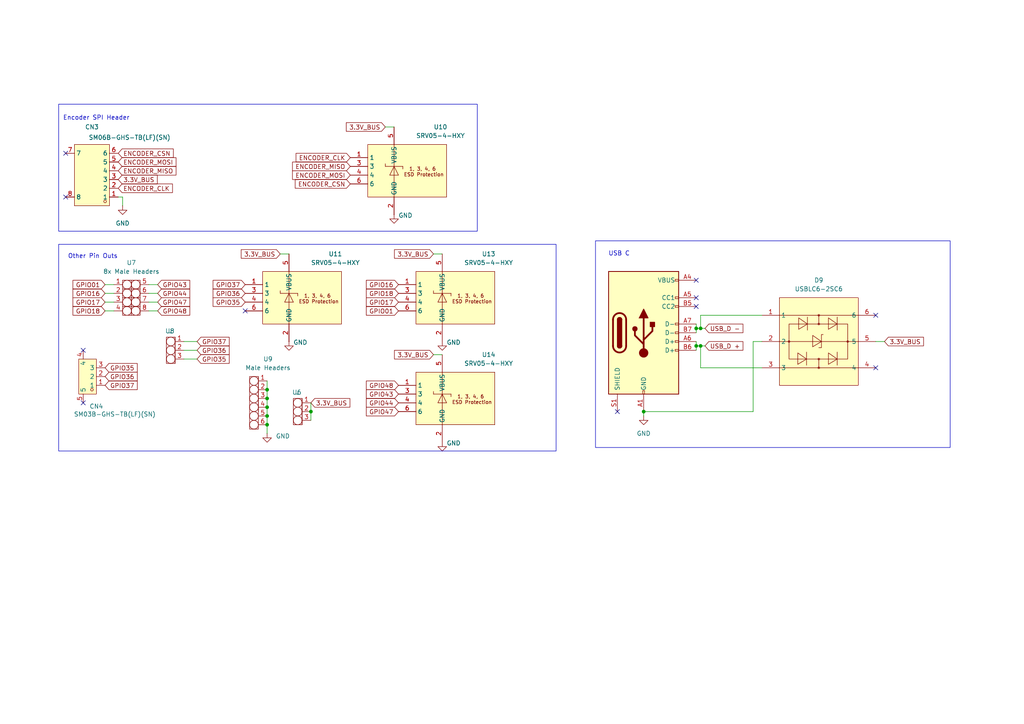
<source format=kicad_sch>
(kicad_sch (version 20250114) (generator "eeschema") (generator_version "9.0")
  (paper "A4")
  (lib_symbols
    (symbol "BLDC_Project_Sym_Lib:1x3_Male_Headers"
      (property "Reference" "U" (at 0 5.842 0))
      (symbol "1x3_Male_Headers_0_1"
        (rectangle (start -1.27 3.81) (end 1.27 -3.81))
        (circle (center 0 2.54) (radius 1.27))
        (circle (center 0 0) (radius 1.27))
        (circle (center 0 -2.54) (radius 1.27))
        (polyline (pts (xy 1.27 3.81) (xy 1.27 -3.81)))
      )
      (symbol "1x3_Male_Headers_1_1"
        (pin bidirectional line (at 3.81 2.54 180) (length 2.54) (name "") (number "1"))
        (pin bidirectional line (at 3.81 0 180) (length 2.54) (name "") (number "2"))
        (pin bidirectional line (at 3.81 -2.54 180) (length 2.54) (name "") (number "3"))
      )
    )
    (symbol "BLDC_Project_Sym_Lib:1x6_Male_Headers"
      (property "Reference" "U" (at 0 11.43 0))
      (property "Value" "Male Headers" (at 0 9.144 0))
      (symbol "1x6_Male_Headers_0_1"
        (rectangle (start -1.27 7.62) (end 1.27 -7.62))
        (circle (center 0 6.35) (radius 1.27))
        (circle (center 0 3.81) (radius 1.27))
        (circle (center 0 1.27) (radius 1.27))
        (circle (center 0 -1.27) (radius 1.27))
        (circle (center 0 -3.81) (radius 1.27))
        (circle (center 0 -6.35) (radius 1.27))
        (polyline (pts (xy 1.27 7.62) (xy 1.27 -2.54)))
      )
      (symbol "1x6_Male_Headers_1_1"
        (pin bidirectional line (at 3.81 6.35 180) (length 2.54) (name "") (number "1"))
        (pin bidirectional line (at 3.81 3.81 180) (length 2.54) (name "") (number "2"))
        (pin bidirectional line (at 3.81 1.27 180) (length 2.54) (name "") (number "3"))
        (pin bidirectional line (at 3.81 -1.27 180) (length 2.54) (name "") (number "4"))
        (pin bidirectional line (at 3.81 -3.81 180) (length 2.54) (name "") (number "5"))
        (pin bidirectional line (at 3.81 -6.35 180) (length 2.54) (name "") (number "6"))
      )
    )
    (symbol "BLDC_Project_Sym_Lib:2x4_Male_Headers"
      (property "Reference" "U" (at 0 6.096 0))
      (property "Value" "8x Male Headers" (at 0.254 8.128 0))
      (symbol "2x4_Male_Headers_0_1"
        (rectangle (start -2.54 3.81) (end 2.54 -6.35))
        (polyline (pts (xy -2.54 1.27) (xy 2.54 1.27)))
        (polyline (pts (xy -2.54 -1.27) (xy 2.54 -1.27)))
        (polyline (pts (xy -2.54 -3.81) (xy 2.54 -3.81)))
        (circle (center -1.27 2.54) (radius 1.27))
        (circle (center -1.27 0) (radius 1.27))
        (circle (center -1.27 -2.54) (radius 1.27))
        (circle (center -1.27 -5.08) (radius 1.27))
        (polyline (pts (xy 0 3.81) (xy 0 -6.35)))
        (circle (center 1.27 2.54) (radius 1.27))
        (circle (center 1.27 0) (radius 1.27))
        (circle (center 1.27 -2.54) (radius 1.27))
        (circle (center 1.27 -5.08) (radius 1.27))
      )
      (symbol "2x4_Male_Headers_1_1"
        (pin bidirectional line (at -5.08 2.54 0) (length 2.54) (name "") (number "1"))
        (pin bidirectional line (at -5.08 0 0) (length 2.54) (name "") (number "2"))
        (pin bidirectional line (at -5.08 -2.54 0) (length 2.54) (name "") (number "3"))
        (pin bidirectional line (at -5.08 -5.08 0) (length 2.54) (name "") (number "4"))
        (pin bidirectional line (at 5.08 2.54 180) (length 2.54) (name "") (number "5"))
        (pin bidirectional line (at 5.08 0 180) (length 2.54) (name "") (number "6"))
        (pin bidirectional line (at 5.08 -2.54 180) (length 2.54) (name "") (number "7"))
        (pin bidirectional line (at 5.08 -5.08 180) (length 2.54) (name "") (number "8"))
      )
    )
    (symbol "Connector:USB_C_Receptacle_USB2.0_14P" (pin_names (offset 1.016))
      (property "Reference" "J" (at 0 22.225 0))
      (property "Value" "USB_C_Receptacle_USB2.0_14P" (at 0 19.685 0))
      (symbol "USB_C_Receptacle_USB2.0_14P_0_0"
        (rectangle (start -0.254 -17.78) (end 0.254 -16.764))
        (rectangle (start 10.16 15.494) (end 9.144 14.986))
        (rectangle (start 10.16 10.414) (end 9.144 9.906))
        (rectangle (start 10.16 7.874) (end 9.144 7.366))
        (rectangle (start 10.16 2.794) (end 9.144 2.286))
        (rectangle (start 10.16 0.254) (end 9.144 -0.254))
        (rectangle (start 10.16 -2.286) (end 9.144 -2.794))
        (rectangle (start 10.16 -4.826) (end 9.144 -5.334))
      )
      (symbol "USB_C_Receptacle_USB2.0_14P_0_1"
        (rectangle (start -10.16 17.78) (end 10.16 -17.78) (stroke (width 0.254)) (fill (type background)))
        (polyline (pts (xy -8.89 -3.81) (xy -8.89 3.81)) (stroke (width 0.508)))
        (rectangle (start -7.62 -3.81) (end -6.35 3.81) (stroke (width 0.254)) (fill (type outline)))
        (arc (start -7.62 3.81) (mid -6.985 4.4423) (end -6.35 3.81) (stroke (width 0.254)))
        (arc (start -7.62 3.81) (mid -6.985 4.4423) (end -6.35 3.81) (stroke (width 0.254)) (fill (type outline)))
        (arc (start -8.89 3.81) (mid -6.985 5.7067) (end -5.08 3.81) (stroke (width 0.508)))
        (arc (start -5.08 -3.81) (mid -6.985 -5.7067) (end -8.89 -3.81) (stroke (width 0.508)))
        (arc (start -6.35 -3.81) (mid -6.985 -4.4423) (end -7.62 -3.81) (stroke (width 0.254)))
        (arc (start -6.35 -3.81) (mid -6.985 -4.4423) (end -7.62 -3.81) (stroke (width 0.254)) (fill (type outline)))
        (polyline (pts (xy -5.08 3.81) (xy -5.08 -3.81)) (stroke (width 0.508)))
        (circle (center -2.54 1.143) (radius 0.635) (stroke (width 0.254)) (fill (type outline)))
        (polyline (pts (xy -1.27 4.318) (xy 0 6.858) (xy 1.27 4.318) (xy -1.27 4.318)) (stroke (width 0.254)) (fill (type outline)))
        (polyline (pts (xy 0 -2.032) (xy 2.54 0.508) (xy 2.54 1.778)) (stroke (width 0.508)))
        (polyline (pts (xy 0 -3.302) (xy -2.54 -0.762) (xy -2.54 0.508)) (stroke (width 0.508)))
        (polyline (pts (xy 0 -5.842) (xy 0 4.318)) (stroke (width 0.508)))
        (circle (center 0 -5.842) (radius 1.27) (fill (type outline)))
        (rectangle (start 1.905 1.778) (end 3.175 3.048) (stroke (width 0.254)) (fill (type outline)))
      )
      (symbol "USB_C_Receptacle_USB2.0_14P_1_1"
        (pin passive line (at -7.62 -22.86 90) (length 5.08) (name "SHIELD") (number "S1"))
        (pin passive line (at 0 -22.86 90) (length 5.08) (name "GND") (number "A1"))
        (pin passive line (at 0 -22.86 90) (length 5.08) (hide yes) (name "GND") (number "A12"))
        (pin passive line (at 0 -22.86 90) (length 5.08) (hide yes) (name "GND") (number "B1"))
        (pin passive line (at 0 -22.86 90) (length 5.08) (hide yes) (name "GND") (number "B12"))
        (pin passive line (at 15.24 15.24 180) (length 5.08) (name "VBUS") (number "A4"))
        (pin passive line (at 15.24 15.24 180) (length 5.08) (hide yes) (name "VBUS") (number "A9"))
        (pin passive line (at 15.24 15.24 180) (length 5.08) (hide yes) (name "VBUS") (number "B4"))
        (pin passive line (at 15.24 15.24 180) (length 5.08) (hide yes) (name "VBUS") (number "B9"))
        (pin bidirectional line (at 15.24 10.16 180) (length 5.08) (name "CC1") (number "A5"))
        (pin bidirectional line (at 15.24 7.62 180) (length 5.08) (name "CC2") (number "B5"))
        (pin bidirectional line (at 15.24 2.54 180) (length 5.08) (name "D-") (number "A7"))
        (pin bidirectional line (at 15.24 0 180) (length 5.08) (name "D-") (number "B7"))
        (pin bidirectional line (at 15.24 -2.54 180) (length 5.08) (name "D+") (number "A6"))
        (pin bidirectional line (at 15.24 -5.08 180) (length 5.08) (name "D+") (number "B6"))
      )
    )
    (symbol "easyeda2kicad:SM03B-GHS-TB(LF)(SN)"
      (property "Reference" "CN" (at 0 12.7 0))
      (property "Value" "SM03B-GHS-TB(LF)(SN)" (at 0 -12.7 0))
      (symbol "SM03B-GHS-TB(LF)(SN)_0_1"
        (rectangle (start -1.27 5.08) (end 3.81 -5.08) (fill (type background)))
        (circle (center 0 3.81) (radius 0.38))
        (pin unspecified line (at -3.81 2.54 0) (length 2.54) (name "1") (number "1"))
        (pin unspecified line (at -3.81 0 0) (length 2.54) (name "2") (number "2"))
        (pin unspecified line (at -3.81 -2.54 0) (length 2.54) (name "3") (number "3"))
        (pin unspecified line (at 2.54 7.62 270) (length 2.54) (name "5") (number "5"))
        (pin unspecified line (at 2.54 -7.62 90) (length 2.54) (name "4") (number "4"))
      )
    )
    (symbol "easyeda2kicad:SM06B-GHS-TB(LF)(SN)"
      (property "Reference" "CN" (at 0 11.43 0))
      (property "Value" "SM06B-GHS-TB(LF)(SN)" (at 0 -11.43 0))
      (symbol "SM06B-GHS-TB(LF)(SN)_0_1"
        (rectangle (start -5.08 8.89) (end 5.08 -8.89) (fill (type background)))
        (circle (center -3.81 7.62) (radius 0.38))
        (pin unspecified line (at -7.62 6.35 0) (length 2.54) (name "1") (number "1"))
        (pin unspecified line (at -7.62 3.81 0) (length 2.54) (name "2") (number "2"))
        (pin unspecified line (at -7.62 1.27 0) (length 2.54) (name "3") (number "3"))
        (pin unspecified line (at -7.62 -1.27 0) (length 2.54) (name "4") (number "4"))
        (pin unspecified line (at -7.62 -3.81 0) (length 2.54) (name "5") (number "5"))
        (pin unspecified line (at -7.62 -6.35 0) (length 2.54) (name "6") (number "6"))
        (pin unspecified line (at 7.62 6.35 180) (length 2.54) (name "8") (number "8"))
        (pin unspecified line (at 7.62 -6.35 180) (length 2.54) (name "7") (number "7"))
      )
    )
    (symbol "easyeda2kicad:SRV05-4-HXY"
      (property "Reference" "U" (at 17.018 21.336 0))
      (property "Value" "SRV05-4-HXY" (at 2.54 -19.812 0))
      (symbol "SRV05-4-HXY_0_1"
        (polyline (pts (xy -2.54 2.03) (xy -2.54 1.27)))
        (polyline (pts (xy -2.54 1.27) (xy 2.54 1.27)))
        (polyline (pts (xy 1.27 -1.27) (xy 0 1.27) (xy -1.27 -1.27) (xy 1.27 -1.27)) (fill (type background)))
        (polyline (pts (xy 2.54 1.27) (xy 2.54 0.51)))
        (pin input line (at -12.7 3.81 0) (length 5.08) (name "1") (number "1"))
        (pin input line (at -12.7 1.27 0) (length 5.08) (name "3") (number "3"))
        (pin input line (at -12.7 -1.27 0) (length 5.08) (name "4") (number "4"))
        (pin input line (at -12.7 -3.81 0) (length 5.08) (name "6") (number "6"))
      )
      (symbol "SRV05-4-HXY_1_1"
        (rectangle (start -7.62 7.62) (end 15.24 -7.62) (fill (type background)))
        (polyline (pts (xy 0 -7.62) (xy 0 7.62)))
        (text "1, 3, 4, 6 \nESD Protection" (at 8.636 -0.254 0) (effects (font (size 1.016 1.016))))
        (pin input line (at 0 12.7 270) (length 5.08) (name "VBUS") (number "5"))
        (pin input line (at 0 -12.7 90) (length 5.08) (name "GND") (number "2"))
      )
    )
    (symbol "easyeda2kicad:USBLC6-2SC6"
      (property "Reference" "D" (at 0 12.7 0))
      (property "Value" "USBLC6-2SC6" (at 0 -12.7 0))
      (symbol "USBLC6-2SC6_0_1"
        (rectangle (start -11.43 12.7) (end 11.43 -12.7) (fill (type background)))
        (polyline (pts (xy -11.43 7.62) (xy 11.43 7.62)))
        (polyline (pts (xy -11.43 0) (xy 11.43 0)))
        (polyline (pts (xy -11.43 -7.62) (xy 11.43 -7.62)))
        (circle (center -8.64 0) (radius 0.25))
        (polyline (pts (xy -8.64 0) (xy -8.64 5.08) (xy 8.38 5.08) (xy 8.38 -5.08) (xy -8.64 -5.08) (xy -8.64 0)) (fill (type background)))
        (polyline (pts (xy -6.1 -6.6) (xy -3.56 -5.08) (xy -6.1 -3.3) (xy -6.1 -6.6)) (fill (type background)))
        (polyline (pts (xy -5.84 3.56) (xy -3.3 5.08) (xy -5.84 6.86) (xy -5.84 3.56)) (fill (type background)))
        (polyline (pts (xy -3.56 -3.05) (xy -3.56 -3.05) (xy -3.56 -6.86) (xy -3.56 -6.86)))
        (polyline (pts (xy -3.3 7.11) (xy -3.3 7.11) (xy -3.3 3.3) (xy -3.3 3.3)))
        (polyline (pts (xy -1.78 -1.52) (xy 0.76 0) (xy -1.78 1.78) (xy -1.78 -1.52)) (fill (type background)))
        (circle (center 0 7.62) (radius 0.25))
        (polyline (pts (xy 0 7.62) (xy 0 5.08)))
        (circle (center 0 5.08) (radius 0.25))
        (circle (center 0 -5.08) (radius 0.25))
        (polyline (pts (xy 0 -7.62) (xy 0 -5.08)))
        (circle (center 0 -7.62) (radius 0.25))
        (polyline (pts (xy 1.27 2.03) (xy 0.76 2.03) (xy 0.76 -1.78) (xy 0 -1.78)))
        (polyline (pts (xy 2.79 3.56) (xy 5.33 5.08) (xy 2.79 6.86) (xy 2.79 3.56)) (fill (type background)))
        (polyline (pts (xy 2.79 -6.6) (xy 5.33 -5.08) (xy 2.79 -3.3) (xy 2.79 -6.6)) (fill (type background)))
        (polyline (pts (xy 5.33 7.11) (xy 5.33 7.11) (xy 5.33 3.3) (xy 5.33 3.3)))
        (polyline (pts (xy 5.33 -3.05) (xy 5.33 -3.05) (xy 5.33 -6.86) (xy 5.33 -6.86)))
        (circle (center 8.38 0) (radius 0.25))
        (pin input line (at -16.51 7.62 0) (length 5.08) (name "1") (number "1"))
        (pin input line (at -16.51 0 0) (length 5.08) (name "2") (number "2"))
        (pin input line (at -16.51 -7.62 0) (length 5.08) (name "3") (number "3"))
        (pin input line (at 16.51 7.62 180) (length 5.08) (name "6") (number "6"))
        (pin input line (at 16.51 0 180) (length 5.08) (name "5") (number "5"))
        (pin input line (at 16.51 -7.62 180) (length 5.08) (name "4") (number "4"))
      )
    )
    (symbol "power:GND" (power) (pin_numbers (hide yes)) (pin_names (offset 0) (hide yes))
      (property "Value" "GND" (at 0 -3.81 0))
      (symbol "GND_0_1"
        (polyline (pts (xy 0 0) (xy 0 -1.27) (xy 1.27 -1.27) (xy 0 -2.54) (xy -1.27 -1.27) (xy 0 -1.27)))
      )
      (symbol "GND_1_1"
        (pin power_in line (at 0 0 270) (length 0) (name "~") (number "1"))
      )
    )
  )
  (rectangle (start 17.018 70.866) (end 161.29 130.81))
  (rectangle (start 17.018 30.226) (end 138.43 67.056))
  (rectangle (start 172.72 69.85) (end 275.59 129.794))
  (text "USB C" (at 179.578 73.66 0) (effects (font (size 1.27 1.27))))
  (text "Encoder SPI Header\n" (at 27.94 34.29 0) (effects (font (size 1.27 1.27))))
  (text "Other Pin Outs" (at 26.924 74.422 0) (effects (font (size 1.27 1.27))))
  (junction (at 77.47 118.11))
  (junction (at 201.93 100.33))
  (junction (at 203.2 95.25))
  (junction (at 90.17 119.38))
  (junction (at 77.47 115.57))
  (junction (at 77.47 113.03))
  (junction (at 186.69 119.38))
  (junction (at 77.47 123.19))
  (junction (at 201.93 95.25))
  (junction (at 203.2 100.33))
  (junction (at 77.47 120.65))
  (no_connect (at 254 91.44))
  (no_connect (at 24.13 116.84))
  (no_connect (at 254 106.68))
  (no_connect (at 24.13 101.6))
  (no_connect (at 201.93 88.9))
  (no_connect (at 71.12 90.17))
  (no_connect (at 201.93 86.36))
  (no_connect (at 19.05 57.15))
  (no_connect (at 19.05 44.45))
  (no_connect (at 179.07 119.38))
  (no_connect (at 201.93 81.28))
  (wire (pts (xy 125.73 102.87) (xy 128.27 102.87)))
  (wire (pts (xy 201.93 100.33) (xy 201.93 101.6)))
  (wire (pts (xy 201.93 95.25) (xy 201.93 96.52)))
  (wire (pts (xy 43.18 87.63) (xy 45.72 87.63)))
  (wire (pts (xy 35.56 59.69) (xy 35.56 57.15)))
  (wire (pts (xy 254 99.06) (xy 256.54 99.06)))
  (wire (pts (xy 43.18 90.17) (xy 45.72 90.17)))
  (wire (pts (xy 43.18 82.55) (xy 45.72 82.55)))
  (wire (pts (xy 203.2 100.33) (xy 203.2 106.68)))
  (wire (pts (xy 57.15 104.14) (xy 53.34 104.14)))
  (wire (pts (xy 81.28 73.66) (xy 83.82 73.66)))
  (wire (pts (xy 33.02 82.55) (xy 30.48 82.55)))
  (wire (pts (xy 203.2 95.25) (xy 204.47 95.25)))
  (wire (pts (xy 77.47 115.57) (xy 77.47 118.11)))
  (wire (pts (xy 77.47 120.65) (xy 77.47 123.19)))
  (wire (pts (xy 203.2 100.33) (xy 204.47 100.33)))
  (wire (pts (xy 35.56 57.15) (xy 34.29 57.15)))
  (wire (pts (xy 77.47 110.49) (xy 77.47 113.03)))
  (wire (pts (xy 201.93 95.25) (xy 203.2 95.25)))
  (wire (pts (xy 77.47 123.19) (xy 77.47 125.73)))
  (wire (pts (xy 43.18 85.09) (xy 45.72 85.09)))
  (wire (pts (xy 90.17 116.84) (xy 90.17 119.38)))
  (wire (pts (xy 111.76 36.83) (xy 114.3 36.83)))
  (wire (pts (xy 203.2 106.68) (xy 220.98 106.68)))
  (wire (pts (xy 201.93 93.98) (xy 201.93 95.25)))
  (wire (pts (xy 90.17 119.38) (xy 90.17 121.92)))
  (wire (pts (xy 30.48 90.17) (xy 33.02 90.17)))
  (wire (pts (xy 203.2 91.44) (xy 220.98 91.44)))
  (wire (pts (xy 186.69 120.65) (xy 186.69 119.38)))
  (wire (pts (xy 218.44 99.06) (xy 220.98 99.06)))
  (wire (pts (xy 33.02 85.09) (xy 30.48 85.09)))
  (wire (pts (xy 57.15 101.6) (xy 53.34 101.6)))
  (wire (pts (xy 33.02 87.63) (xy 30.48 87.63)))
  (wire (pts (xy 218.44 99.06) (xy 218.44 119.38)))
  (wire (pts (xy 218.44 119.38) (xy 186.69 119.38)))
  (wire (pts (xy 203.2 95.25) (xy 203.2 91.44)))
  (wire (pts (xy 77.47 118.11) (xy 77.47 120.65)))
  (wire (pts (xy 77.47 113.03) (xy 77.47 115.57)))
  (wire (pts (xy 201.93 99.06) (xy 201.93 100.33)))
  (wire (pts (xy 125.73 73.66) (xy 128.27 73.66)))
  (wire (pts (xy 57.15 99.06) (xy 53.34 99.06)))
  (wire (pts (xy 201.93 100.33) (xy 203.2 100.33)))
  (global_label "GPIO36" (shape input) (at 57.15 101.6 0) (property "Intersheetrefs" "${INTERSHEET_REFS}" (effects (hide yes))))
  (global_label "GPIO43" (shape input) (at 115.57 114.3 180) (property "Intersheetrefs" "${INTERSHEET_REFS}" (effects (hide yes))))
  (global_label "GPIO36" (shape input) (at 71.12 85.09 180) (property "Intersheetrefs" "${INTERSHEET_REFS}" (effects (hide yes))))
  (global_label "GPIO47" (shape input) (at 115.57 119.38 180) (property "Intersheetrefs" "${INTERSHEET_REFS}" (effects (hide yes))))
  (global_label "3.3V_BUS" (shape input) (at 125.73 102.87 180) (property "Intersheetrefs" "${INTERSHEET_REFS}" (effects (hide yes))))
  (global_label "3.3V_BUS" (shape input) (at 81.28 73.66 180) (property "Intersheetrefs" "${INTERSHEET_REFS}" (effects (hide yes))))
  (global_label "ENCODER_MOSI" (shape input) (at 34.29 46.99 0) (property "Intersheetrefs" "${INTERSHEET_REFS}" (effects (hide yes))))
  (global_label "ENCODER_MISO" (shape input) (at 101.6 48.26 180) (property "Intersheetrefs" "${INTERSHEET_REFS}" (effects (hide yes))))
  (global_label "GPIO17" (shape input) (at 30.48 87.63 180) (property "Intersheetrefs" "${INTERSHEET_REFS}" (effects (hide yes))))
  (global_label "GPIO43" (shape input) (at 45.72 82.55 0) (property "Intersheetrefs" "${INTERSHEET_REFS}" (effects (hide yes))))
  (global_label "GPIO37" (shape input) (at 71.12 82.55 180) (property "Intersheetrefs" "${INTERSHEET_REFS}" (effects (hide yes))))
  (global_label "GPIO01" (shape input) (at 30.48 82.55 180) (property "Intersheetrefs" "${INTERSHEET_REFS}" (effects (hide yes))))
  (global_label "3.3V_BUS" (shape input) (at 90.17 116.84 0) (property "Intersheetrefs" "${INTERSHEET_REFS}" (effects (hide yes))))
  (global_label "3.3V_BUS" (shape input) (at 111.76 36.83 180) (property "Intersheetrefs" "${INTERSHEET_REFS}" (effects (hide yes))))
  (global_label "ENCODER_CLK" (shape input) (at 34.29 54.61 0) (property "Intersheetrefs" "${INTERSHEET_REFS}" (effects (hide yes))))
  (global_label "3.3V_BUS" (shape input) (at 256.54 99.06 0) (property "Intersheetrefs" "${INTERSHEET_REFS}" (effects (hide yes))))
  (global_label "GPIO17" (shape input) (at 115.57 87.63 180) (property "Intersheetrefs" "${INTERSHEET_REFS}" (effects (hide yes))))
  (global_label "GPIO01" (shape input) (at 115.57 90.17 180) (property "Intersheetrefs" "${INTERSHEET_REFS}" (effects (hide yes))))
  (global_label "GPIO47" (shape input) (at 45.72 87.63 0) (property "Intersheetrefs" "${INTERSHEET_REFS}" (effects (hide yes))))
  (global_label "ENCODER_MOSI" (shape input) (at 101.6 50.8 180) (property "Intersheetrefs" "${INTERSHEET_REFS}" (effects (hide yes))))
  (global_label "3.3V_BUS" (shape input) (at 34.29 52.07 0) (property "Intersheetrefs" "${INTERSHEET_REFS}" (effects (hide yes))))
  (global_label "GPIO44" (shape input) (at 115.57 116.84 180) (property "Intersheetrefs" "${INTERSHEET_REFS}" (effects (hide yes))))
  (global_label "GPIO48" (shape input) (at 45.72 90.17 0) (property "Intersheetrefs" "${INTERSHEET_REFS}" (effects (hide yes))))
  (global_label "3.3V_BUS" (shape input) (at 125.73 73.66 180) (property "Intersheetrefs" "${INTERSHEET_REFS}" (effects (hide yes))))
  (global_label "USB_D -" (shape input) (at 204.47 95.25 0) (property "Intersheetrefs" "${INTERSHEET_REFS}" (effects (hide yes))))
  (global_label "USB_D +" (shape input) (at 204.47 100.33 0) (property "Intersheetrefs" "${INTERSHEET_REFS}" (effects (hide yes))))
  (global_label "ENCODER_CSN" (shape input) (at 34.29 44.45 0) (property "Intersheetrefs" "${INTERSHEET_REFS}" (effects (hide yes))))
  (global_label "GPIO18" (shape input) (at 30.48 90.17 180) (property "Intersheetrefs" "${INTERSHEET_REFS}" (effects (hide yes))))
  (global_label "GPIO35" (shape input) (at 71.12 87.63 180) (property "Intersheetrefs" "${INTERSHEET_REFS}" (effects (hide yes))))
  (global_label "GPIO37" (shape input) (at 30.48 111.76 0) (property "Intersheetrefs" "${INTERSHEET_REFS}" (effects (hide yes))))
  (global_label "GPIO16" (shape input) (at 30.48 85.09 180) (property "Intersheetrefs" "${INTERSHEET_REFS}" (effects (hide yes))))
  (global_label "ENCODER_CLK" (shape input) (at 101.6 45.72 180) (property "Intersheetrefs" "${INTERSHEET_REFS}" (effects (hide yes))))
  (global_label "GPIO16" (shape input) (at 115.57 82.55 180) (property "Intersheetrefs" "${INTERSHEET_REFS}" (effects (hide yes))))
  (global_label "GPIO36" (shape input) (at 30.48 109.22 0) (property "Intersheetrefs" "${INTERSHEET_REFS}" (effects (hide yes))))
  (global_label "GPIO44" (shape input) (at 45.72 85.09 0) (property "Intersheetrefs" "${INTERSHEET_REFS}" (effects (hide yes))))
  (global_label "ENCODER_MISO" (shape input) (at 34.29 49.53 0) (property "Intersheetrefs" "${INTERSHEET_REFS}" (effects (hide yes))))
  (global_label "GPIO37" (shape input) (at 57.15 99.06 0) (property "Intersheetrefs" "${INTERSHEET_REFS}" (effects (hide yes))))
  (global_label "GPIO18" (shape input) (at 115.57 85.09 180) (property "Intersheetrefs" "${INTERSHEET_REFS}" (effects (hide yes))))
  (global_label "GPIO35" (shape input) (at 30.48 106.68 0) (property "Intersheetrefs" "${INTERSHEET_REFS}" (effects (hide yes))))
  (global_label "ENCODER_CSN" (shape input) (at 101.6 53.34 180) (property "Intersheetrefs" "${INTERSHEET_REFS}" (effects (hide yes))))
  (global_label "GPIO35" (shape input) (at 57.15 104.14 0) (property "Intersheetrefs" "${INTERSHEET_REFS}" (effects (hide yes))))
  (global_label "GPIO48" (shape input) (at 115.57 111.76 180) (property "Intersheetrefs" "${INTERSHEET_REFS}" (effects (hide yes))))
  (symbol (lib_id "power:GND") (at 83.82 99.06 0) (unit 1)
    (property "Reference" "#PWR033" (effects (hide yes)))
    (property "Value" "GND" (at 87.122 99.314 0))
    (property "Description" "Power symbol creates a global label with name \"GND\" , ground" (effects (hide yes)))
  )
  (symbol (lib_id "easyeda2kicad:SRV05-4-HXY") (at 114.3 49.53 0) (unit 1)
    (property "Reference" "U10" (at 127.762 36.83 0))
    (property "Value" "SRV05-4-HXY" (at 127.762 39.37 0))
    (property "Footprint" "easyeda2kicad:SOT-23-6_L2.9-W1.6-P0.95-LS2.8-BR" (effects (hide yes)))
    (property "LCSC Part" "C4748793" (effects (hide yes)))
  )
  (symbol (lib_id "power:GND") (at 77.47 125.73 0) (unit 1)
    (property "Reference" "#PWR030" (effects (hide yes)))
    (property "Value" "GND" (at 82.042 126.492 0))
    (property "Description" "Power symbol creates a global label with name \"GND\" , ground" (effects (hide yes)))
  )
  (symbol (lib_id "power:GND") (at 186.69 120.65 0) (unit 1)
    (property "Reference" "#PWR011" (effects (hide yes)))
    (property "Value" "GND" (at 186.69 125.73 0))
    (property "Description" "Power symbol creates a global label with name \"GND\" , ground" (effects (hide yes)))
  )
  (symbol (lib_id "easyeda2kicad:USBLC6-2SC6") (at 237.49 99.06 0) (unit 1)
    (property "Reference" "D9" (at 237.49 81.28 0))
    (property "Value" "USBLC6-2SC6" (at 237.49 83.82 0))
    (property "Footprint" "easyeda2kicad:SOT-23-6_L2.9-W1.6-P0.95-LS2.8-BL" (effects (hide yes)))
    (property "Datasheet" "https://lcsc.com/product-detail/Diodes-ESD_STMicroelectronics_USBLC6-2SC6_USBLC6-2SC6_C7519.html" (effects (hide yes)))
    (property "LCSC Part" "C7519" (effects (hide yes)))
  )
  (symbol (lib_id "BLDC_Project_Sym_Lib:1x3_Male_Headers") (at 86.36 119.38 0) (unit 1)
    (property "Reference" "U6" (at 86.106 113.792 0))
    (property "Value" "~" (at 86.36 114.3 0))
    (property "Footprint" "Project_BLDC_Foorprint_Library:1x3 Male Headers" (effects (hide yes)))
  )
  (symbol (lib_id "power:GND") (at 114.3 62.23 0) (unit 1)
    (property "Reference" "#PWR036" (effects (hide yes)))
    (property "Value" "GND" (at 117.602 62.484 0))
    (property "Description" "Power symbol creates a global label with name \"GND\" , ground" (effects (hide yes)))
  )
  (symbol (lib_id "power:GND") (at 128.27 128.27 0) (unit 1)
    (property "Reference" "#PWR035" (effects (hide yes)))
    (property "Value" "GND" (at 131.572 128.524 0))
    (property "Description" "Power symbol creates a global label with name \"GND\" , ground" (effects (hide yes)))
  )
  (symbol (lib_id "Connector:USB_C_Receptacle_USB2.0_14P") (at 186.69 96.52 0) (unit 1)
    (property "Reference" "J1" (effects (hide yes)))
    (property "Value" "USB_C_Receptacle_USB2.0_14P" (effects (hide yes)))
    (property "Footprint" "easyeda2kicad:USB-C_SMD-TYPE-C-31-M-12" (effects (hide yes)))
    (property "Datasheet" "https://www.usb.org/sites/default/files/documents/usb_type-c.zip" (effects (hide yes)))
    (property "Description" "USB 2.0-only 14P Type-C Receptacle connector" (effects (hide yes)))
  )
  (symbol (lib_id "easyeda2kicad:SRV05-4-HXY") (at 83.82 86.36 0) (unit 1)
    (property "Reference" "U11" (at 97.282 73.66 0))
    (property "Value" "SRV05-4-HXY" (at 97.282 76.2 0))
    (property "Footprint" "easyeda2kicad:SOT-23-6_L2.9-W1.6-P0.95-LS2.8-BR" (effects (hide yes)))
    (property "LCSC Part" "C4748793" (effects (hide yes)))
  )
  (symbol (lib_id "easyeda2kicad:SRV05-4-HXY") (at 128.27 115.57 0) (unit 1)
    (property "Reference" "U14" (at 141.732 102.87 0))
    (property "Value" "SRV05-4-HXY" (at 141.732 105.41 0))
    (property "Footprint" "easyeda2kicad:SOT-23-6_L2.9-W1.6-P0.95-LS2.8-BR" (effects (hide yes)))
    (property "LCSC Part" "C4748793" (effects (hide yes)))
  )
  (symbol (lib_id "BLDC_Project_Sym_Lib:2x4_Male_Headers") (at 38.1 85.09 0) (unit 1)
    (property "Reference" "U7" (at 38.1 76.2 0))
    (property "Value" "8x Male Headers" (at 38.1 78.74 0))
    (property "Footprint" "Project_BLDC_Foorprint_Library:2x4 Male Headers" (effects (hide yes)))
  )
  (symbol (lib_id "power:GND") (at 128.27 99.06 0) (unit 1)
    (property "Reference" "#PWR034" (effects (hide yes)))
    (property "Value" "GND" (at 131.572 99.314 0))
    (property "Description" "Power symbol creates a global label with name \"GND\" , ground" (effects (hide yes)))
  )
  (symbol (lib_id "easyeda2kicad:SM03B-GHS-TB(LF)(SN)") (at 26.67 109.22 180) (unit 1)
    (property "Reference" "CN4" (at 29.972 117.856 0) (effects (justify left)))
    (property "Value" "SM03B-GHS-TB(LF)(SN)" (at 45.212 120.142 0) (effects (justify left)))
    (property "Footprint" "easyeda2kicad:CONN-TH_SM03B-GHS-TB-LF-SN" (effects (hide yes)))
    (property "LCSC Part" "C514175" (effects (hide yes)))
  )
  (symbol (lib_id "power:GND") (at 35.56 59.69 0) (unit 1)
    (property "Reference" "#PWR029" (effects (hide yes)))
    (property "Value" "GND" (at 35.56 64.77 0))
    (property "Description" "Power symbol creates a global label with name \"GND\" , ground" (effects (hide yes)))
  )
  (symbol (lib_id "BLDC_Project_Sym_Lib:1x6_Male_Headers") (at 73.66 116.84 0) (unit 1)
    (property "Reference" "U9" (at 77.724 104.14 0))
    (property "Value" "Male Headers" (at 77.724 106.68 0))
    (property "Footprint" "Project_BLDC_Foorprint_Library:1x6 Male Headers" (effects (hide yes)))
  )
  (symbol (lib_id "BLDC_Project_Sym_Lib:1x3_Male_Headers") (at 49.53 101.6 0) (unit 1)
    (property "Reference" "U8" (at 49.276 96.012 0))
    (property "Value" "~" (at 49.53 96.52 0))
    (property "Footprint" "Project_BLDC_Foorprint_Library:1x3 Male Headers" (effects (hide yes)))
  )
  (symbol (lib_id "easyeda2kicad:SM06B-GHS-TB(LF)(SN)") (at 26.67 50.8 180) (unit 1)
    (property "Reference" "CN3" (at 26.67 36.83 0))
    (property "Value" "SM06B-GHS-TB(LF)(SN)" (at 37.592 39.878 0))
    (property "Footprint" "easyeda2kicad:CONN-TH_SM06B-GHS-TB-LF-SN" (effects (hide yes)))
    (property "Datasheet" "https://lcsc.com/product-detail/Connectors_JST_SM06B-GHS-TB-LF-SN_SM06B-GHS-TB-LF-SN_C133065.html" (effects (hide yes)))
    (property "LCSC Part" "C133065" (effects (hide yes)))
  )
  (symbol (lib_id "easyeda2kicad:SRV05-4-HXY") (at 128.27 86.36 0) (unit 1)
    (property "Reference" "U13" (at 141.732 73.66 0))
    (property "Value" "SRV05-4-HXY" (at 141.732 76.2 0))
    (property "Footprint" "easyeda2kicad:SOT-23-6_L2.9-W1.6-P0.95-LS2.8-BR" (effects (hide yes)))
    (property "LCSC Part" "C4748793" (effects (hide yes)))
  )
)
</source>
